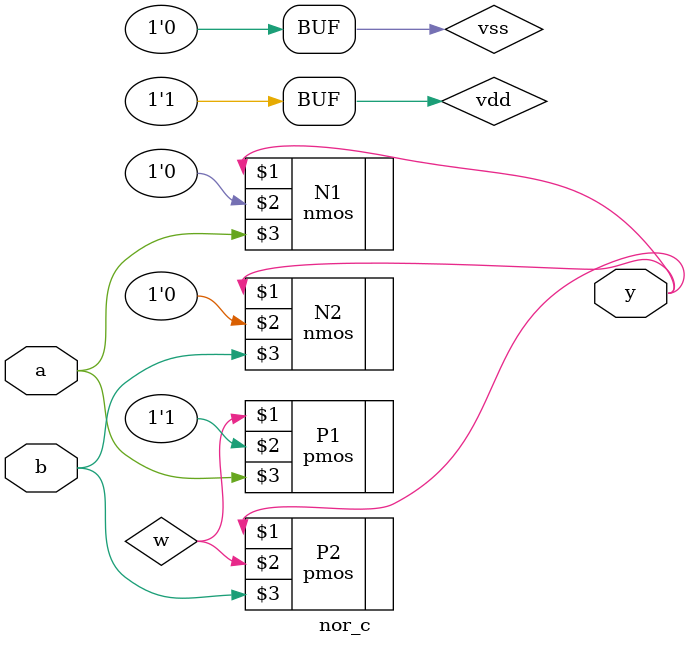
<source format=v>
module nor_c(a,b,y);

	input a,b;
	output y;
	wire w;
	supply1 vdd;
	supply0 vss;

	pmos P1(w,vdd,a);
	pmos P2(y,w,b);
	nmos N1(y,vss,a);
	nmos N2(y,vss,b);
endmodule

	

</source>
